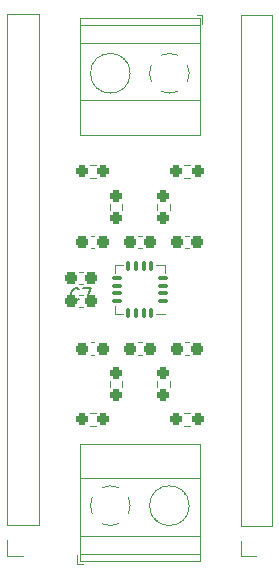
<source format=gbr>
%TF.GenerationSoftware,KiCad,Pcbnew,(6.0.6)*%
%TF.CreationDate,2022-06-28T18:53:51+02:00*%
%TF.ProjectId,thermocouples,74686572-6d6f-4636-9f75-706c65732e6b,rev?*%
%TF.SameCoordinates,Original*%
%TF.FileFunction,Legend,Top*%
%TF.FilePolarity,Positive*%
%FSLAX46Y46*%
G04 Gerber Fmt 4.6, Leading zero omitted, Abs format (unit mm)*
G04 Created by KiCad (PCBNEW (6.0.6)) date 2022-06-28 18:53:51*
%MOMM*%
%LPD*%
G01*
G04 APERTURE LIST*
G04 Aperture macros list*
%AMRoundRect*
0 Rectangle with rounded corners*
0 $1 Rounding radius*
0 $2 $3 $4 $5 $6 $7 $8 $9 X,Y pos of 4 corners*
0 Add a 4 corners polygon primitive as box body*
4,1,4,$2,$3,$4,$5,$6,$7,$8,$9,$2,$3,0*
0 Add four circle primitives for the rounded corners*
1,1,$1+$1,$2,$3*
1,1,$1+$1,$4,$5*
1,1,$1+$1,$6,$7*
1,1,$1+$1,$8,$9*
0 Add four rect primitives between the rounded corners*
20,1,$1+$1,$2,$3,$4,$5,0*
20,1,$1+$1,$4,$5,$6,$7,0*
20,1,$1+$1,$6,$7,$8,$9,0*
20,1,$1+$1,$8,$9,$2,$3,0*%
G04 Aperture macros list end*
%ADD10C,0.150000*%
%ADD11C,0.120000*%
%ADD12RoundRect,0.237500X0.300000X0.237500X-0.300000X0.237500X-0.300000X-0.237500X0.300000X-0.237500X0*%
%ADD13R,2.600000X2.600000*%
%ADD14C,2.600000*%
%ADD15R,1.700000X1.700000*%
%ADD16O,1.700000X1.700000*%
%ADD17RoundRect,0.237500X0.237500X-0.250000X0.237500X0.250000X-0.237500X0.250000X-0.237500X-0.250000X0*%
%ADD18RoundRect,0.087500X0.325000X0.087500X-0.325000X0.087500X-0.325000X-0.087500X0.325000X-0.087500X0*%
%ADD19RoundRect,0.087500X0.087500X0.325000X-0.087500X0.325000X-0.087500X-0.325000X0.087500X-0.325000X0*%
%ADD20R,2.700000X2.700000*%
%ADD21RoundRect,0.237500X-0.237500X0.250000X-0.237500X-0.250000X0.237500X-0.250000X0.237500X0.250000X0*%
%ADD22RoundRect,0.237500X-0.250000X-0.237500X0.250000X-0.237500X0.250000X0.237500X-0.250000X0.237500X0*%
%ADD23RoundRect,0.237500X-0.300000X-0.237500X0.300000X-0.237500X0.300000X0.237500X-0.300000X0.237500X0*%
%ADD24RoundRect,0.237500X0.250000X0.237500X-0.250000X0.237500X-0.250000X-0.237500X0.250000X-0.237500X0*%
G04 APERTURE END LIST*
D10*
%TO.C,C7*%
X101833333Y-66787142D02*
X101785714Y-66834761D01*
X101642857Y-66882380D01*
X101547619Y-66882380D01*
X101404761Y-66834761D01*
X101309523Y-66739523D01*
X101261904Y-66644285D01*
X101214285Y-66453809D01*
X101214285Y-66310952D01*
X101261904Y-66120476D01*
X101309523Y-66025238D01*
X101404761Y-65930000D01*
X101547619Y-65882380D01*
X101642857Y-65882380D01*
X101785714Y-65930000D01*
X101833333Y-65977619D01*
X102166666Y-65882380D02*
X102833333Y-65882380D01*
X102404761Y-66882380D01*
D11*
%TO.C,C8*%
X102146267Y-67510000D02*
X101853733Y-67510000D01*
X102146267Y-66490000D02*
X101853733Y-66490000D01*
%TO.C,J4*%
X101940000Y-86905000D02*
X112060000Y-86905000D01*
X110775000Y-83236000D02*
X110728000Y-83282000D01*
X108273000Y-85328000D02*
X108226000Y-85374000D01*
X101940000Y-88965000D02*
X112060000Y-88965000D01*
X108466000Y-85544000D02*
X108431000Y-85579000D01*
X101700000Y-89205000D02*
X102200000Y-89205000D01*
X101940000Y-79044000D02*
X112060000Y-79044000D01*
X112060000Y-79044000D02*
X112060000Y-88965000D01*
X110570000Y-83030000D02*
X110535000Y-83066000D01*
X101940000Y-82004000D02*
X112060000Y-82004000D01*
X101940000Y-88405000D02*
X112060000Y-88405000D01*
X101700000Y-88465000D02*
X101700000Y-89205000D01*
X101940000Y-79044000D02*
X101940000Y-88965000D01*
X106035001Y-84989000D02*
G75*
G03*
X106035427Y-83621958I-1535001J684000D01*
G01*
X102965000Y-83621000D02*
G75*
G03*
X102964573Y-84988042I1534993J-684001D01*
G01*
X104500000Y-85985000D02*
G75*
G03*
X105183318Y-85839756I0J1680000D01*
G01*
X103816000Y-85840000D02*
G75*
G03*
X104528805Y-85985253I683999J1535001D01*
G01*
X105184000Y-82770000D02*
G75*
G03*
X103816958Y-82769573I-684001J-1534993D01*
G01*
X111180000Y-84305000D02*
G75*
G03*
X111180000Y-84305000I-1680000J0D01*
G01*
%TO.C,J2*%
X118205000Y-86005000D02*
X115545000Y-86005000D01*
X115545000Y-86005000D02*
X115545000Y-42765000D01*
X116875000Y-88605000D02*
X115545000Y-88605000D01*
X115545000Y-88605000D02*
X115545000Y-87275000D01*
X118205000Y-42765000D02*
X115545000Y-42765000D01*
X118205000Y-86005000D02*
X118205000Y-42765000D01*
%TO.C,R8*%
X104477500Y-74254724D02*
X104477500Y-73745276D01*
X105522500Y-74254724D02*
X105522500Y-73745276D01*
%TO.C,R7*%
X108477500Y-74254724D02*
X108477500Y-73745276D01*
X109522500Y-74254724D02*
X109522500Y-73745276D01*
%TO.C,U1*%
X105590000Y-68110000D02*
X104890000Y-68110000D01*
X105590000Y-63890000D02*
X104890000Y-63890000D01*
X109110000Y-63890000D02*
X109110000Y-64590000D01*
X108410000Y-63890000D02*
X109110000Y-63890000D01*
X104890000Y-63890000D02*
X104890000Y-64590000D01*
X108410000Y-68110000D02*
X109110000Y-68110000D01*
X104890000Y-68110000D02*
X104890000Y-67410000D01*
%TO.C,R6*%
X109522500Y-58745276D02*
X109522500Y-59254724D01*
X108477500Y-58745276D02*
X108477500Y-59254724D01*
%TO.C,J3*%
X112300000Y-43535000D02*
X112300000Y-42795000D01*
X112060000Y-52956000D02*
X101940000Y-52956000D01*
X112060000Y-52956000D02*
X112060000Y-43035000D01*
X112060000Y-45095000D02*
X101940000Y-45095000D01*
X103430000Y-48970000D02*
X103465000Y-48934000D01*
X112060000Y-43595000D02*
X101940000Y-43595000D01*
X112060000Y-49996000D02*
X101940000Y-49996000D01*
X112300000Y-42795000D02*
X111800000Y-42795000D01*
X101940000Y-52956000D02*
X101940000Y-43035000D01*
X103225000Y-48764000D02*
X103272000Y-48718000D01*
X112060000Y-43035000D02*
X101940000Y-43035000D01*
X105534000Y-46456000D02*
X105569000Y-46421000D01*
X105727000Y-46672000D02*
X105774000Y-46626000D01*
X110184000Y-46160000D02*
G75*
G03*
X109471195Y-46014747I-683999J-1535001D01*
G01*
X108816000Y-49230000D02*
G75*
G03*
X110183042Y-49230427I684001J1534993D01*
G01*
X111035000Y-48379000D02*
G75*
G03*
X111035427Y-47011958I-1534993J684001D01*
G01*
X107964999Y-47011000D02*
G75*
G03*
X107964573Y-48378042I1535001J-684000D01*
G01*
X109500000Y-46015000D02*
G75*
G03*
X108816682Y-46160244I0J-1680000D01*
G01*
X106180000Y-47695000D02*
G75*
G03*
X106180000Y-47695000I-1680000J0D01*
G01*
%TO.C,R2*%
X110745276Y-55477500D02*
X111254724Y-55477500D01*
X110745276Y-56522500D02*
X111254724Y-56522500D01*
%TO.C,C1*%
X102853733Y-62510000D02*
X103146267Y-62510000D01*
X102853733Y-61490000D02*
X103146267Y-61490000D01*
%TO.C,J1*%
X95785000Y-85955000D02*
X95785000Y-42715000D01*
X95785000Y-88555000D02*
X95785000Y-87225000D01*
X98445000Y-85955000D02*
X98445000Y-42715000D01*
X97115000Y-88555000D02*
X95785000Y-88555000D01*
X98445000Y-85955000D02*
X95785000Y-85955000D01*
X98445000Y-42715000D02*
X95785000Y-42715000D01*
%TO.C,R3*%
X111254724Y-76477500D02*
X110745276Y-76477500D01*
X111254724Y-77522500D02*
X110745276Y-77522500D01*
%TO.C,C6*%
X103146267Y-71510000D02*
X102853733Y-71510000D01*
X103146267Y-70490000D02*
X102853733Y-70490000D01*
%TO.C,C5*%
X107146267Y-70490000D02*
X106853733Y-70490000D01*
X107146267Y-71510000D02*
X106853733Y-71510000D01*
%TO.C,C2*%
X106853733Y-62510000D02*
X107146267Y-62510000D01*
X106853733Y-61490000D02*
X107146267Y-61490000D01*
%TO.C,R4*%
X103254724Y-76477500D02*
X102745276Y-76477500D01*
X103254724Y-77522500D02*
X102745276Y-77522500D01*
%TO.C,C3*%
X110853733Y-61490000D02*
X111146267Y-61490000D01*
X110853733Y-62510000D02*
X111146267Y-62510000D01*
%TO.C,C7*%
X102146267Y-65510000D02*
X101853733Y-65510000D01*
X102146267Y-64490000D02*
X101853733Y-64490000D01*
%TO.C,R5*%
X105522500Y-58745276D02*
X105522500Y-59254724D01*
X104477500Y-58745276D02*
X104477500Y-59254724D01*
%TO.C,C4*%
X111146267Y-71510000D02*
X110853733Y-71510000D01*
X111146267Y-70490000D02*
X110853733Y-70490000D01*
%TO.C,R1*%
X102745276Y-55477500D02*
X103254724Y-55477500D01*
X102745276Y-56522500D02*
X103254724Y-56522500D01*
%TD*%
%LPC*%
D12*
%TO.C,C8*%
X102862500Y-67000000D03*
X101137500Y-67000000D03*
%TD*%
D13*
%TO.C,J4*%
X104500000Y-84305000D03*
D14*
X109500000Y-84305000D03*
%TD*%
D15*
%TO.C,J2*%
X116875000Y-87275000D03*
D16*
X116875000Y-84735000D03*
X116875000Y-82195000D03*
X116875000Y-79655000D03*
X116875000Y-77115000D03*
X116875000Y-74575000D03*
X116875000Y-72035000D03*
X116875000Y-69495000D03*
X116875000Y-66955000D03*
X116875000Y-64415000D03*
X116875000Y-61875000D03*
X116875000Y-59335000D03*
X116875000Y-56795000D03*
X116875000Y-54255000D03*
X116875000Y-51715000D03*
X116875000Y-49175000D03*
X116875000Y-46635000D03*
X116875000Y-44095000D03*
%TD*%
D17*
%TO.C,R8*%
X105000000Y-74912500D03*
X105000000Y-73087500D03*
%TD*%
%TO.C,R7*%
X109000000Y-74912500D03*
X109000000Y-73087500D03*
%TD*%
D18*
%TO.C,U1*%
X108962500Y-66975000D03*
X108962500Y-66325000D03*
X108962500Y-65675000D03*
X108962500Y-65025000D03*
D19*
X107975000Y-64037500D03*
X107325000Y-64037500D03*
X106675000Y-64037500D03*
X106025000Y-64037500D03*
D18*
X105037500Y-65025000D03*
X105037500Y-65675000D03*
X105037500Y-66325000D03*
X105037500Y-66975000D03*
D19*
X106025000Y-67962500D03*
X106675000Y-67962500D03*
X107325000Y-67962500D03*
X107975000Y-67962500D03*
D20*
X107000000Y-66000000D03*
%TD*%
D21*
%TO.C,R6*%
X109000000Y-58087500D03*
X109000000Y-59912500D03*
%TD*%
D13*
%TO.C,J3*%
X109500000Y-47695000D03*
D14*
X104500000Y-47695000D03*
%TD*%
D22*
%TO.C,R2*%
X110087500Y-56000000D03*
X111912500Y-56000000D03*
%TD*%
D23*
%TO.C,C1*%
X102137500Y-62000000D03*
X103862500Y-62000000D03*
%TD*%
D15*
%TO.C,J1*%
X97115000Y-87225000D03*
D16*
X97115000Y-84685000D03*
X97115000Y-82145000D03*
X97115000Y-79605000D03*
X97115000Y-77065000D03*
X97115000Y-74525000D03*
X97115000Y-71985000D03*
X97115000Y-69445000D03*
X97115000Y-66905000D03*
X97115000Y-64365000D03*
X97115000Y-61825000D03*
X97115000Y-59285000D03*
X97115000Y-56745000D03*
X97115000Y-54205000D03*
X97115000Y-51665000D03*
X97115000Y-49125000D03*
X97115000Y-46585000D03*
X97115000Y-44045000D03*
%TD*%
D24*
%TO.C,R3*%
X111912500Y-77000000D03*
X110087500Y-77000000D03*
%TD*%
D12*
%TO.C,C6*%
X103862500Y-71000000D03*
X102137500Y-71000000D03*
%TD*%
%TO.C,C5*%
X107862500Y-71000000D03*
X106137500Y-71000000D03*
%TD*%
D23*
%TO.C,C2*%
X106137500Y-62000000D03*
X107862500Y-62000000D03*
%TD*%
D24*
%TO.C,R4*%
X103912500Y-77000000D03*
X102087500Y-77000000D03*
%TD*%
D23*
%TO.C,C3*%
X110137500Y-62000000D03*
X111862500Y-62000000D03*
%TD*%
D12*
%TO.C,C7*%
X102862500Y-65000000D03*
X101137500Y-65000000D03*
%TD*%
D21*
%TO.C,R5*%
X105000000Y-58087500D03*
X105000000Y-59912500D03*
%TD*%
D12*
%TO.C,C4*%
X111862500Y-71000000D03*
X110137500Y-71000000D03*
%TD*%
D22*
%TO.C,R1*%
X102087500Y-56000000D03*
X103912500Y-56000000D03*
%TD*%
M02*

</source>
